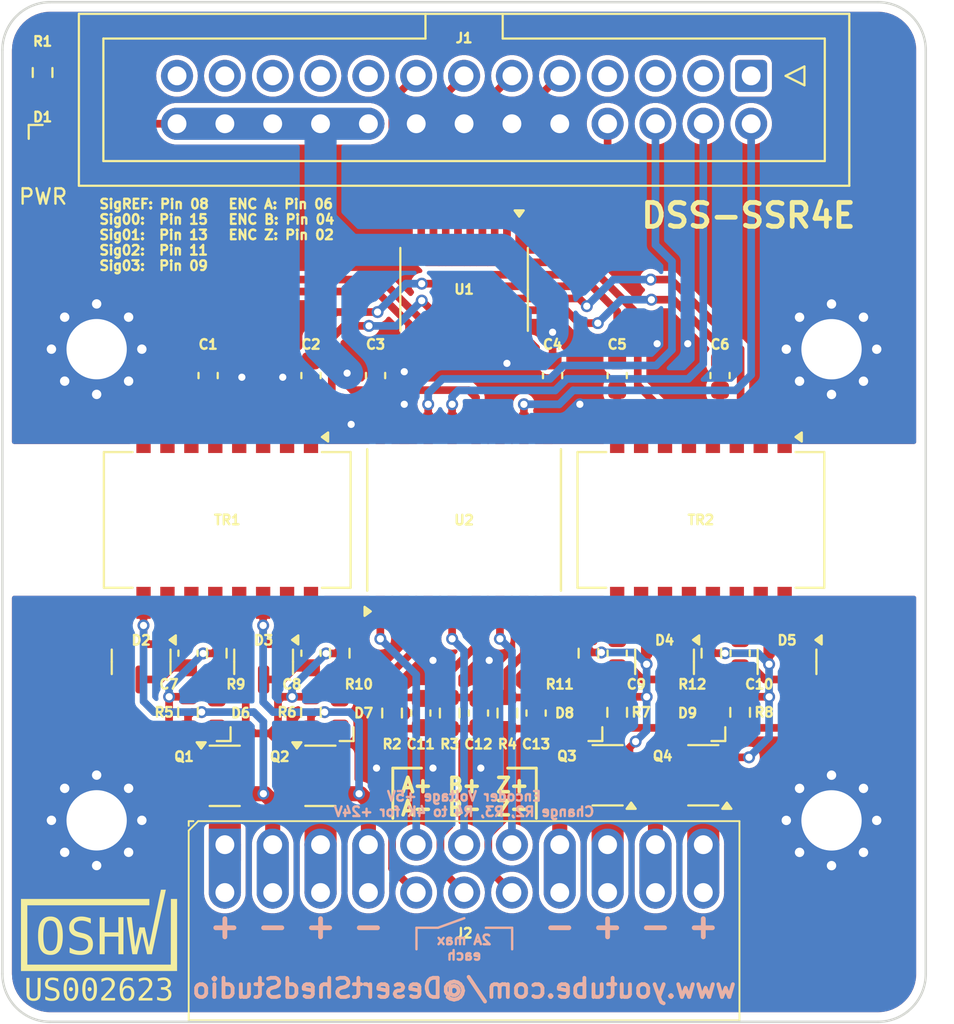
<source format=kicad_pcb>
(kicad_pcb (version 20240108) (generator "pcbnew") (generator_version "8.0")
  (title_block (company "Desert Shed Studio"))
  (layers (0 "F.Cu" signal) (31 "B.Cu" signal) (34 "B.Paste" user) (35 "F.Paste" user) (36 "B.SilkS" user "B.Silkscreen") (37 "F.SilkS" user "F.Silkscreen") (38 "B.Mask" user) (39 "F.Mask" user) (44 "Edge.Cuts" user))
  (net 0 "")
  (net 1 "GND")
  (net 2 "/00PC")
  (net 3 "/out00")
  (net 4 "/out01")
  (net 5 "/01PC")
  (net 6 "/02PC")
  (net 7 "/out02")
  (net 8 "/out03")
  (net 9 "/03PC")
  (net 10 "/00D")
  (net 11 "/00C")
  (net 12 "/01C")
  (net 13 "/01D")
  (net 14 "/02C")
  (net 15 "+5V")
  (net 16 "/02D")
  (net 17 "/03C")
  (net 18 "/03D")
  (net 19 "/in1-")
  (net 20 "/in2-")
  (net 21 "/gate00")
  (net 22 "/source00")
  (net 23 "/gate01")
  (net 24 "/source01")
  (net 25 "/source02")
  (net 26 "/gate02")
  (net 27 "/gate03")
  (net 28 "/source03")
  (net 29 "/led00")
  (net 30 "/ENC-00_A+")
  (net 31 "/ENC-00_A-")
  (net 32 "/ENC-00_B+")
  (net 33 "/ENC-00_B-")
  (net 34 "/ENC-00_Z+")
  (net 35 "/ENC-00_Z-")
  (net 36 "/led01")
  (net 37 "/led02")
  (net 38 "/led03")
  (net 40 "/sig01")
  (net 42 "/pwr_led")
  (net 43 "/sig00")
  (net 44 "/sigref")
  (net 45 "/sigZ")
  (net 48 "/sig02")
  (net 49 "/sigA")
  (net 51 "/sigB")
  (net 53 "/sig03")
  (net 55 "/drain00")
  (net 56 "/drain03")
  (net 57 "/drain02")
  (net 58 "/drain01")
  (net 60 "/ref00")
  (net 63 "/ref01")
  (net 69 "/ref03")
  (net 70 "/ref02")
  (net 71 "/in3-")
  (net 83 "GND1")
  (footprint "Package_TO_SOT_SMD:SOT-23" (layer "F.Cu") (at 213.8684 110.0012 -90)
    (property "Reference" "D3")
    (property "Value" "BAV99")
  )
  (footprint "Custom_Footprints:Phoenix Contact 1201578 Pinout 1-2" (layer "F.Cu") (at 244.0182 105.915 -90)
    (property "Reference" "H2" (hide yes))
    (property "Value" "MH_P")
  )
  (footprint "Capacitor_SMD:C_0603_1608Metric" (layer "F.Cu") (at 225.273 112.719 90)
    (property "Reference" "C12")
    (property "Value" "0p16F")
  )
  (footprint "Resistor_SMD:R_0603_1608Metric" (layer "F.Cu") (at 202.1336 78.7338 90)
    (property "Reference" "R1")
    (property "Value" "4K7" (hide yes))
  )
  (footprint "Resistor_SMD:R_0603_1608Metric" (layer "F.Cu") (at 226.8097 112.719 -90)
    (property "Reference" "R4")
    (property "Value" "820")
  )
  (footprint "Capacitor_SMD:C_0603_1608Metric" (layer "F.Cu") (at 209.8552 109.544 90)
    (property "Reference" "C7")
    (property "Value" "1000pF")
  )
  (footprint "Custom_Footprints:NVE_IL613E" (layer "F.Cu") (at 224.511 102.4725 90)
    (property "Reference" "U2")
    (property "Value" "IL613E")
  )
  (footprint "Resistor_SMD:R_0603_1608Metric" (layer "F.Cu") (at 217.907 109.544 -90)
    (property "Reference" "R10")
    (property "Value" "4K7")
  )
  (footprint "Resistor_SMD:R_0603_1608Metric" (layer "F.Cu") (at 239.1668 112.6809 -90)
    (property "Reference" "R8")
    (property "Value" "4K7")
  )
  (footprint "Capacitor_SMD:C_0603_1608Metric" (layer "F.Cu") (at 229.21 94.812 90)
    (property "Reference" "C4")
    (property "Value" "0u1F")
  )
  (footprint "Package_SO:TSOP-6_1.65x3.05mm_P0.95mm" (layer "F.Cu") (at 237.211 116.021 180)
    (property "Reference" "Q4")
    (property "Value" " BSL606SN")
  )
  (footprint "Package_SO:TSOP-6_1.65x3.05mm_P0.95mm" (layer "F.Cu") (at 216.88311 116.050049)
    (property "Reference" "Q2")
    (property "Value" " BSL606SN")
  )
  (footprint "Capacitor_SMD:C_0603_1608Metric" (layer "F.Cu") (at 216.383 94.812 90)
    (property "Reference" "C2")
    (property "Value" "0u1F")
  )
  (footprint "Resistor_SMD:R_0603_1608Metric" (layer "F.Cu") (at 231.115 109.544 -90)
    (property "Reference" "R11")
    (property "Value" "4K7")
  )
  (footprint "Resistor_SMD:R_0603_1608Metric" (layer "F.Cu") (at 220.6883 112.719 -90)
    (property "Reference" "R2")
    (property "Value" "820")
  )
  (footprint "Package_TO_SOT_SMD:SOT-23" (layer "F.Cu") (at 241.656 110.0012 -90)
    (property "Reference" "D5")
    (property "Value" "BAV99")
  )
  (footprint "Capacitor_SMD:C_0603_1608Metric" (layer "F.Cu") (at 238.1 94.812 90)
    (property "Reference" "C6")
    (property "Value" "0u1F")
  )
  (footprint "Package_TO_SOT_SMD:SOT-23" (layer "F.Cu") (at 235.1536 110.0012 -90)
    (property "Reference" "D4")
    (property "Value" "BAV99")
  )
  (footprint "Capacitor_SMD:C_0603_1608Metric" (layer "F.Cu") (at 222.2123 112.719 90)
    (property "Reference" "C11")
    (property "Value" "0p16F")
  )
  (footprint "Custom_Footprints:Phoenix Contact 1201578 Pinout 1-2" (layer "F.Cu") (at 205.0038 105.9118 -90)
    (property "Reference" "H1" (hide yes))
    (property "Value" "MH_P")
  )
  (footprint "Custom_Footprints:LED_0603_simple_silk" (layer "F.Cu") (at 202.1336 83.001 -90)
    (property "Reference" "D1")
    (property "Value" "red")
  )
  (footprint "Custom_Footprints:OSHWA_US002623" (layer "F.Cu") (at 205.1308 125.0507)
    (property "Reference" "G***" (hide yes))
    (property "Value" "LOGO" (hide yes))
  )
  (footprint "Capacitor_SMD:C_0603_1608Metric" (layer "F.Cu") (at 232.639 94.812 90)
    (property "Reference" "C5")
    (property "Value" "0u1F")
  )
  (footprint "Custom_Footprints:LED_0603_simple_silk" (layer "F.Cu") (at 211.3792 112.719 90)
    (property "Reference" "D6")
    (property "Value" "yllw")
  )
  (footprint "Capacitor_SMD:C_0603_1608Metric" (layer "F.Cu") (at 219.812 94.812 -90)
    (property "Reference" "C3")
    (property "Value" "0u1F")
  )
  (footprint "Package_SO:TSSOP-20_4.4x6.5mm_P0.65mm" (layer "F.Cu") (at 224.511 90.24 -90)
    (property "Reference" "U1")
    (property "Value" "CD74ACT540")
  )
  (footprint "Transformer_SMD:Transformer_Ethernet_Bourns_PT61017PEL" (layer "F.Cu") (at 211.938 102.4725 -90)
    (property "Reference" "TR1")
    (property "Value" "PT61017PEL")
  )
  (footprint "Resistor_SMD:R_0603_1608Metric" (layer "F.Cu") (at 237.6428 109.544 -90)
    (property "Reference" "R12")
    (property "Value" "4K7")
  )
  (footprint "Capacitor_SMD:C_0603_1608Metric" (layer "F.Cu") (at 216.383 109.544 90)
    (property "Reference" "C8")
    (property "Value" "1000pF")
  )
  (footprint "Custom_Footprints:LED_0603_simple_silk" (layer "F.Cu") (at 237.6428 112.719 90)
    (property "Reference" "D9")
    (property "Value" "yllw")
  )
  (footprint "Package_TO_SOT_SMD:SOT-23" (layer "F.Cu") (at 207.366 110.0012 -90)
    (property "Reference" "D2")
    (property "Value" "BAV99")
  )
  (footprint "Custom_Footprints:LED_0603_simple_silk" (layer "F.Cu") (at 231.115 112.719 90)
    (property "Reference" "D8")
    (property "Value" "yllw")
  )
  (footprint "Custom_Footprints:LED_0603_simple_silk" (layer "F.Cu") (at 217.907 112.719 90)
    (property "Reference" "D7")
    (property "Value" "yllw")
  )
  (footprint "Custom_Footprints:IDC 26 HDR 2.54" (layer "F.Cu") (at 239.751 78.9116 -90)
    (property "Reference" "J1")
    (property "Value" "IDC 26 HDR" (hide yes))
  )
  (footprint "Package_SO:TSOP-6_1.65x3.05mm_P0.95mm" (layer "F.Cu") (at 232.131 116.021 180)
    (property "Reference" "Q3")
    (property "Value" " BSL606SN")
  )
  (footprint "Resistor_SMD:R_0603_1608Metric" (layer "F.Cu") (at 232.639 112.6809 -90)
    (property "Reference" "R7")
    (property "Value" "4K7")
  )
  (footprint "Package_SO:TSOP-6_1.65x3.05mm_P0.95mm" (layer "F.Cu") (at 211.80311 116.050049)
    (property "Reference" "Q1")
    (property "Value" " BSL606SN")
  )
  (footprint "Capacitor_SMD:C_0603_1608Metric" (layer "F.Cu") (at 232.639 109.544 90)
    (property "Reference" "C9")
    (property "Value" "1000pF")
  )
  (footprint "Capacitor_SMD:C_0603_1608Metric" (layer "F.Cu") (at 210.922 94.812 90)
    (property "Reference" "C1")
    (property "Value" "0u1F")
  )
  (footprint "Resistor_SMD:R_0603_1608Metric" (layer "F.Cu") (at 209.8552 112.6809 -90)
    (property "Reference" "R5")
    (property "Value" "4K7")
  )
  (footprint "Resistor_SMD:R_0603_1608Metric" (layer "F.Cu") (at 216.383 112.6809 -90)
    (property "Reference" "R6")
    (property "Value" "4K7")
  )
  (footprint "Resistor_SMD:R_0603_1608Metric" (layer "F.Cu") (at 223.749 112.719 -90)
    (property "Reference" "R3")
    (property "Value" "820")
  )
  (footprint "Capacitor_SMD:C_0603_1608Metric" (layer "F.Cu") (at 239.1668 109.544 90)
    (property "Reference" "C10")
    (property "Value" "1000pF")
  )
  (footprint "Custom_Footprints:Phoenix Contact 1844811" (layer "F.Cu") (at 211.811 119.704 90)
    (property "Reference" "J2")
    (property "Value" "Phoenix_1844811" (hide yes))
  )
  (footprint "Capacitor_SMD:C_0603_1608Metric" (layer "F.Cu") (at 228.3337 112.719 90)
    (property "Reference" "C13")
    (property "Value" "0p16F")
  )
  (footprint "Resistor_SMD:R_0603_1608Metric" (layer "F.Cu") (at 211.3792 109.544 -90)
    (property "Reference" "R9")
    (property "Value" "4K7")
  )
  (footprint "Transformer_SMD:Transformer_Ethernet_Bourns_PT61017PEL" (layer "F.Cu") (at 237.084 102.4725 -90)
    (property "Reference" "TR2")
    (property "Value" "PT61017PEL")
  )
  (gr_line (start 221.9837 124.1109) (end 223.1267 124.1109) (stroke (width 0.127)) (layer "B.SilkS"))
  (gr_line (start 223.1267 124.1109) (end 224.5237 123.6029) (stroke (width 0.127)) (layer "B.SilkS"))
  (gr_line (start 227.0637 124.1109) (end 227.0637 125.2539) (stroke (width 0.127)) (layer "B.SilkS"))
  (gr_line (start 221.9837 125.2539) (end 221.9837 124.1109) (stroke (width 0.127)) (layer "B.SilkS"))
  (gr_line (start 225.6667 124.1109) (end 227.0637 124.1109) (stroke (width 0.127)) (layer "B.SilkS"))
  (gr_line (start 220.7264 118.307) (end 220.7264 115.64) (stroke (width 0.1524)) (layer "F.SilkS"))
  (gr_line (start 228.3464 118.307) (end 228.3464 115.64) (stroke (width 0.1524)) (layer "F.SilkS"))
  (gr_line (start 220.7264 115.64) (end 222.2504 115.64) (stroke (width 0.1524)) (layer "F.SilkS"))
  (gr_line (start 228.3464 115.64) (end 226.8224 115.64) (stroke (width 0.1524)) (layer "F.SilkS"))
  (gr_line (start 200 126.562) (end 200 77.54) (stroke (width 0.127)) (layer "Edge.Cuts"))
  (gr_arc (start 202.54 129.102) (mid 200.743949 128.358051) (end 200 126.562) (stroke (width 0.127)) (layer "Edge.Cuts"))
  (gr_line (start 249.022 77.54) (end 249.022 126.562) (stroke (width 0.127)) (layer "Edge.Cuts"))
  (gr_line (start 246.482 75) (end 202.54 75) (stroke (width 0.127)) (layer "Edge.Cuts"))
  (gr_arc (start 200 77.54) (mid 200.743949 75.743949) (end 202.54 75) (stroke (width 0.127)) (layer "Edge.Cuts"))
  (gr_line (start 202.54 129.102) (end 246.482 129.102) (stroke (width 0.127)) (layer "Edge.Cuts"))
  (gr_arc (start 249.022 126.562) (mid 248.278051 128.358051) (end 246.482 129.102) (stroke (width 0.127)) (layer "Edge.Cuts"))
  (gr_arc (start 246.482 75) (mid 248.278051 75.743949) (end 249.022 77.54) (stroke (width 0.127)) (layer "Edge.Cuts"))
  (gr_text "+" (at 232.131 124.022 0) (layer "B.SilkS") (effects (font (size 1.27 1.27) (thickness 0.254) (bold yes)) (justify mirror)))
  (gr_text "-" (at 234.671 124.022 0) (layer "B.SilkS") (effects (font (size 1.27 1.27) (thickness 0.254) (bold yes)) (justify mirror)))
  (gr_text "2A max\neach" (at 224.511 125.165 0) (layer "B.SilkS") (effects (font (size 0.508 0.508) (thickness 0.127) (bold yes)) (justify mirror)))
  (gr_text "-" (at 219.431 124.022 0) (layer "B.SilkS") (effects (font (size 1.27 1.27) (thickness 0.254) (bold yes)) (justify mirror)))
  (gr_text "+" (at 216.891 124.022 0) (layer "B.SilkS") (effects (font (size 1.27 1.27) (thickness 0.254) (bold yes)) (justify mirror)))
  (gr_text "+" (at 237.211 124.022 0) (layer "B.SilkS") (effects (font (size 1.27 1.27) (thickness 0.254) (bold yes)) (justify mirror)))
  (gr_text "-" (at 214.351 124.022 0) (layer "B.SilkS") (effects (font (size 1.27 1.27) (thickness 0.254) (bold yes)) (justify mirror)))
  (gr_text "www.youtube.com/@DesertShedStudio" (at 224.511 127.324 0) (layer "B.SilkS") (effects (font (size 1.016 1.016) (thickness 0.2032) (bold yes)) (justify mirror)))
  (gr_text "+" (at 211.811 124.022 0) (layer "B.SilkS") (effects (font (size 1.27 1.27) (thickness 0.254) (bold yes)) (justify mirror)))
  (gr_text "Encoder Voltage +5V\nChange R2, R3, R4 to 4K for +24V" (at 224.511 117.545 0) (layer "B.SilkS") (effects (font (size 0.508 0.508) (thickness 0.127) (bold yes)) (justify mirror)))
  (gr_text "-" (at 229.591 124.022 0) (layer "B.SilkS") (effects (font (size 1.27 1.27) (thickness 0.254) (bold yes)) (justify mirror)))
  (gr_text "Z+\nZ-" (at 227.0764 117.164 0) (layer "F.SilkS") (effects (font (size 0.762 0.762) (thickness 0.1905) (bold yes))))
  (gr_text "SigREF: Pin 08\nSig00:  Pin 15\nSig01:  Pin 13\nSig02:  Pin 11\nSig03:  Pin 09" (at 205.08 85.414 0) (layer "F.SilkS") (effects (font (size 0.508 0.508) (thickness 0.127) (bold yes)) (justify left top)))
  (gr_text "A+\nA-" (at 221.9964 117.164 0) (layer "F.SilkS") (effects (font (size 0.762 0.762) (thickness 0.1905) (bold yes))))
  (gr_text "PWR" (at 202.159 85.795 0) (layer "F.SilkS") (effects (font (size 0.8128 0.8128) (thickness 0.127) (bold yes)) (justify bottom)))
  (gr_text "B+\nB-" (at 224.5364 117.164 0) (layer "F.SilkS") (effects (font (size 0.762 0.762) (thickness 0.1905) (bold yes))))
  (gr_text "DSS-SSR4E" (at 233.782 87.065 0) (layer "F.SilkS") (effects (font (size 1.27 1.27) (thickness 0.254) (bold yes)) (justify left bottom)))
  (gr_text "ENC A: Pin 06\nENC B: Pin 04\nENC Z: Pin 02" (at 211.938 85.414 0) (layer "F.SilkS") (effects (font (size 0.508 0.508) (thickness 0.127) (bold yes)) (justify left top)))
  (segment (start 221.336 96.336) (end 221.336 97.61) (width 0.4064) (layer "F.Cu") (net 1))
  (segment (start 230.3914 95.587) (end 230.6578 95.8534) (width 0.4064) (layer "F.Cu") (net 1))
  (segment (start 229.21 95.587) (end 230.3914 95.587) (width 0.4064) (layer "F.Cu") (net 1))
  (segment (start 230.6578 95.8534) (end 230.6578 96.336) (width 0.4064) (layer "F.Cu") (net 1))
  (segment (start 226.786 93.1025) (end 226.786 94.164175) (width 0.4064) (layer "F.Cu") (net 1))
  (segment (start 226.786 94.164175) (end 226.786125 94.1643) (width 0.4064) (layer "F.Cu") (net 1))
  (segment (start 220.7642 94.037) (end 221.336 94.6088) (width 0.4064) (layer "F.Cu") (net 1))
  (segment (start 219.812 94.037) (end 220.7642 94.037) (width 0.4064) (layer "F.Cu") (net 1))
  (via (at 218.5166 97.4028) (size 0.635) (drill 0.381) (layers "F.Cu" "B.Cu") (net 1))
  (via (at 212.7127 94.9009) (size 0.635) (drill 0.381) (layers "F.Cu" "B.Cu") (net 1))
  (via (at 221.336 94.6088) (size 0.635) (drill 0.381) (layers "F.Cu" "B.Cu") (net 1))
  (via (at 214.8844 94.9009) (size 0.635) (drill 0.381) (layers "F.Cu" "B.Cu") (net 1))
  (via (at 226.786125 94.1643) (size 0.635) (drill 0.381) (layers "F.Cu" "B.Cu") (net 1))
  (via (at 221.336 96.336) (size 0.635) (drill 0.381) (layers "F.Cu" "B.Cu") (net 1))
  (via (at 236.3855 93.1229) (size 0.635) (drill 0.381) (layers "F.Cu" "B.Cu") (net 1))
  (via (at 234.7599 93.1229) (size 0.635) (drill 0.381) (layers "F.Cu" "B.Cu") (net 1))
  (via (at 230.6578 96.336) (size 0.635) (drill 0.381) (layers "F.Cu" "B.Cu") (net 1))
  (segment (start 210.922 95.587) (end 208.3947 95.587) (width 0.4064) (layer "F.Cu") (net 2))
  (segment (start 207.493 98.0725) (end 207.493 96.4887) (width 0.4064) (layer "F.Cu") (net 2))
  (segment (start 207.493 96.4887) (end 208.3947 95.587) (width 0.4064) (layer "F.Cu") (net 2))
  (segment (start 215.2397 89.7193) (end 220.098529 89.7193) (width 0.4064) (layer "F.Cu") (net 3))
  (segment (start 220.098529 89.7193) (end 222.236 91.856771) (width 0.4064) (layer "F.Cu") (net 3))
  (segment (start 210.922 94.037) (end 215.2397 89.7193) (width 0.4064) (layer "F.Cu") (net 3))
  (segment (start 222.236 91.856771) (end 222.236 93.1025) (width 0.4064) (layer "F.Cu") (net 3))
  (segment (start 223.536 90.5604) (end 222.91307 89.93747) (width 0.4064) (layer "F.Cu") (net 4))
  (segment (start 222.91307 89.93747) (end 222.2631 89.93747) (width 0.4064) (layer "F.Cu") (net 4))
  (segment (start 217.707364 91.442936) (end 219.917164 91.442936) (width 0.4064) (layer "F.Cu") (net 4))
  (segment (start 216.383 92.7673) (end 217.707364 91.442936) (width 0.4064) (layer "F.Cu") (net 4))
  (segment (start 216.383 94.037) (end 216.383 92.7673) (width 0.4064) (layer "F.Cu") (net 4))
  (segment (start 223.536 93.1025) (end 223.536 90.5604) (width 0.4064) (layer "F.Cu") (net 4))
  (via (at 219.917164 91.442936) (size 0.635) (drill 0.381) (layers "F.Cu" "B.Cu") (net 4))
  (via (at 222.2631 89.93747) (size 0.635) (drill 0.381) (layers "F.Cu" "B.Cu") (net 4))
  (segment (start 221.42263 89.93747) (end 222.2631 89.93747) (width 0.4064) (layer "B.Cu") (net 4))
  (segment (start 219.917164 91.442936) (end 221.42263 89.93747) (width 0.4064) (layer "B.Cu") (net 4))
  (segment (start 216.383 95.587) (end 216.383 96.336) (width 0.4064) (layer "F.Cu") (net 5))
  (segment (start 213.843 96.7932) (end 213.843 98.0725) (width 0.4064) (layer "F.Cu") (net 5))
  (segment (start 216.383 96.336) (end 216.1417 96.5773) (width 0.4064) (layer "F.Cu") (net 5))
  (segment (start 216.1417 96.5773) (end 214.0589 96.5773) (width 0.4064) (layer "F.Cu") (net 5))
  (segment (start 214.0589 96.5773) (end 213.843 96.7932) (width 0.4064) (layer "F.Cu") (net 5))
  (segment (start 232.639 95.587) (end 232.639 98.0725) (width 0.4064) (layer "F.Cu") (net 6))
  (segment (start 232.639 91.4084) (end 232.639 94.037) (width 0.4064) (layer "F.Cu") (net 7))
  (segment (start 224.836 93.1025) (end 224.836 90.55) (width 0.4064) (layer "F.Cu") (net 7))
  (segment (start 231.3055 90.0749) (end 232.639 91.4084) (width 0.4064) (layer "F.Cu") (net 7))
  (segment (start 224.836 90.55) (end 225.3111 90.0749) (width 0.4064) (layer "F.Cu") (net 7))
  (segment (start 225.3111 90.0749) (end 231.3055 90.0749) (width 0.4064) (layer "F.Cu") (net 7))
  (segment (start 226.136 91.7392) (end 226.5303 91.3449) (width 0.4064) (layer "F.Cu") (net 8))
  (segment (start 238.1 93.2626) (end 235.6235 90.7861) (width 0.4064) (layer "F.Cu") (net 8))
  (segment (start 238.1 94.037) (end 238.1 93.2626) (width 0.4064) (layer "F.Cu") (net 8))
  (segment (start 231.6103 92.0307) (end 230.607 92.0307) (width 0.4064) (layer "F.Cu") (net 8))
  (segment (start 230.607 92.0307) (end 229.9212 91.3449) (width 0.4064) (layer "F.Cu") (net 8))
  (segment (start 235.6235 90.7861) (end 234.4551 90.7861) (width 0.4064) (layer "F.Cu") (net 8))
  (segment (start 226.5303 91.3449) (end 229.9212 91.3449) (width 0.4064) (layer "F.Cu") (net 8))
  (segment (start 226.136 93.1025) (end 226.136 91.7392) (width 0.4064) (layer "F.Cu") (net 8))
  (via (at 231.6103 92.0307) (size 0.635) (drill 0.381) (layers "F.Cu" "B.Cu") (net 8))
  (via (at 234.4551 90.7861) (size 0.635) (drill 0.381) (layers "F.Cu" "B.Cu") (net 8))
  (segment (start 232.8549 90.7861) (end 234.4551 90.7861) (width 0.4064) (layer "B.Cu") (net 8))
  (segment (start 231.6103 92.0307) (end 232.8549 90.7861) (width 0.4064) (layer "B.Cu") (net 8))
  (segment (start 238.7731 96.7297) (end 238.989 96.9456) (width 0.4064) (layer "F.Cu") (net 9))
  (segment (start 238.1 96.4503) (end 238.3794 96.7297) (width 0.4064) (layer "F.Cu") (net 9))
  (segment (start 238.1 95.587) (end 238.1 96.4503) (width 0.4064) (layer "F.Cu") (net 9))
  (segment (start 238.989 96.9456) (end 238.989 98.0725) (width 0.4064) (layer "F.Cu") (net 9))
  (segment (start 238.3794 96.7297) (end 238.7731 96.7297) (width 0.4064) (layer "F.Cu") (net 9))
  (segment (start 209.8552 110.319) (end 209.0167 110.319) (width 0.4064) (layer "F.Cu") (net 10))
  (segment (start 208.396999 110.938701) (end 207.366 110.938701) (width 0.4064) (layer "F.Cu") (net 10))
  (segment (start 209.0167 110.319) (end 208.396999 110.938701) (width 0.4064) (layer "F.Cu") (net 10))
  (segment (start 209.8552 108.0581) (end 210.033 107.8803) (width 0.4064) (layer "F.Cu") (net 11))
  (segment (start 210.033 106.8725) (end 210.033 107.8803) (width 0.4064) (layer "F.Cu") (net 11))
  (segment (start 209.8552 108.769) (end 209.8552 108.0581) (width 0.4064) (layer "F.Cu") (net 11))
  (segment (start 216.383 106.8725) (end 216.383 108.769) (width 0.4064) (layer "F.Cu") (net 12))
  (segment (start 215.5318 110.319) (end 214.9098 110.941) (width 0.4064) (layer "F.Cu") (net 13))
  (segment (start 214.9098 110.941) (end 214.907501 110.938701) (width 0.4064) (layer "F.Cu") (net 13))
  (segment (start 216.383 110.319) (end 215.5318 110.319) (width 0.4064) (layer "F.Cu") (net 13))
  (segment (start 214.907501 110.938701) (end 213.8684 110.938701) (width 0.4064) (layer "F.Cu") (net 13))
  (segment (start 232.639 106.8725) (end 232.639 108.769) (width 0.4064) (layer "F.Cu") (net 14))
  (segment (start 228.32735 93.34515) (end 228.32735 93.81505) (width 0.4064) (layer "F.Cu") (net 15))
  (segment (start 228.5493 94.037) (end 229.21 94.037) (width 0.4064) (layer "F.Cu") (net 15))
  (segment (start 220.066 97.61) (end 220.066 96.5646) (width 0.4064) (layer "F.Cu") (net 15))
  (segment (start 225.146 95.9804) (end 224.7526 95.587) (width 0.4064) (layer "F.Cu") (net 15))
  (segment (start 204.2037 83.2931) (end 204.2037 82.2136) (width 0.4064) (layer "F.Cu") (net 15))
  (segment (start 202.1336 83.7885) (end 203.7083 83.7885) (width 0.4064) (layer "F.Cu") (net 15))
  (segment (start 204.2037 82.2136) (end 204.9657 81.4516) (width 0.4064) (layer "F.Cu") (net 15))
  (segment (start 229.21 94.037) (end 229.21 92.5133) (width 0.4064) (layer "F.Cu") (net 15))
  (segment (start 211.811 81.4516) (end 214.351 81.4516) (width 1.7018) (layer "F.Cu") (net 15))
  (segment (start 204.9657 81.4516) (end 209.271 81.4516) (width 0.4064) (layer "F.Cu") (net 15))
  (segment (start 218.3007 95.3073) (end 218.3007 94.685) (width 0.4064) (layer "F.Cu") (net 15))
  (segment (start 214.351 81.4516) (end 216.891 81.4516) (width 1.7018) (layer "F.Cu") (net 15))
  (segment (start 225.146 97.61) (end 225.146 95.9804) (width 0.4064) (layer "F.Cu") (net 15))
  (segment (start 224.7526 95.587) (end 219.812 95.587) (width 0.4064) (layer "F.Cu") (net 15))
  (segment (start 216.891 81.4516) (end 219.431 81.4516) (width 1.7018) (layer "F.Cu") (net 15))
  (segment (start 203.7083 83.7885) (end 204.2037 83.2931) (width 0.4064) (layer "F.Cu") (net 15))
  (segment (start 218.5804 95.587) (end 218.3007 95.3073) (width 0.4064) (layer "F.Cu") (net 15))
  (segment (start 219.812 96.3106) (end 219.812 95.587) (width 0.4064) (layer "F.Cu") (net 15))
  (segment (start 228.32735 93.81505) (end 228.5493 94.037) (width 0.4064) (layer "F.Cu") (net 15))
  (segment (start 219.812 95.587) (end 218.5804 95.587) (width 0.4064) (layer "F.Cu") (net 15))
  (segment (start 209.271 81.4516) (end 211.811 81.4516) (width 1.7018) (layer "F.Cu") (net 15))
  (segment (start 227.436 93.1025) (end 228.0847 93.1025) (width 0.4064) (layer "F.Cu") (net 15))
  (segment (start 228.0847 93.1025) (end 228.32735 93.34515) (width 0.4064) (layer "F.Cu") (net 15))
  (segment (start 220.066 96.5646) (end 219.812 96.3106) (width 0.4064) (layer "F.Cu") (net 15))
  (via (at 218.3007 94.685) (size 0.635) (drill 0.381) (layers "F.Cu" "B.Cu") (net 15))
  (via (at 229.21 92.5133) (size 0.635) (drill 0.381) (layers "F.Cu" "B.Cu") (net 15))
  (segment (start 216.891 86.5697) (end 216.891 88.7287) (width 1.7018) (layer "B.Cu") (net 15))
  (segment (start 229.21 92.5133) (end 229.21 90.8496) (width 1.7018) (layer "B.Cu") (net 15))
  (segment (start 216.891 81.4516) (end 216.891 86.5697) (width 1.7018) (layer "B.Cu") (net 15))
  (segment (start 216.891 88.7287) (end 216.891 90.2527) (width 1.7018) (layer "B.Cu") (net 15))
  (segment (start 216.891 93.2753) (end 218.3007 94.685) (width 1.7018) (layer "B.Cu") (net 15))
  (segment (start 216.891 86.6332) (end 216.891 86.5697) (width 1.7018) (layer "B.Cu") (net 15))
  (segment (start 216.891 90.2527) (end 216.891 93.2753) (width 1.7018) (layer "B.Cu") (net 15))
  (segment (start 216.9037 89.6431) (end 218.4023 88.1445) (width 1.7018) (layer "B.Cu") (net 15))
  (segment (start 229.21 90.8496) (end 226.5049 88.1445) (width 1.7018) (layer "B.Cu") (net 15))
  (segment (start 209.271 81.4516) (end 219.431 81.4516) (width 1.7018) (layer "B.Cu") (net 15))
  (segment (start 218.4023 88.1445) (end 216.891 86.6332) (width 1.7018) (layer "B.Cu") (net 15))
  (segment (start 218.4023 88.1445) (end 226.5049 88.1445) (width 1.7018) (layer "B.Cu") (net 15))
  (segment (start 233.982901 110.938701) (end 233.3632 110.319) (width 0.4064) (layer "F.Cu") (net 16))
  (segment (start 232.639 110.319) (end 233.3632 110.319) (width 0.4064) (layer "F.Cu") (net 16))
  (segment (start 235.1536 110.938701) (end 233.982901 110.938701) (width 0.4064) (layer "F.Cu") (net 16))
  (segment (start 238.989 106.8725) (end 238.989 107.8549) (width 0.4064) (layer "F.Cu") (net 17))
  (segment (start 239.1668 108.769) (end 239.1668 108.0327) (width 0.4064) (layer "F.Cu") (net 17))
  (segment (start 239.1668 108.0327) (end 238.989 107.8549) (width 0.4064) (layer "F.Cu") (net 17))
  (segment (start 240.485301 110.938701) (end 239.8656 110.319) (width 0.4064) (layer "F.Cu") (net 18))
  (segment (start 241.656 110.938701) (end 240.485301 110.938701) (width 0.4064) (layer "F.Cu") (net 18))
  (segment (start 239.1668 110.319) (end 239.8656 110.319) (width 0.4064) (layer "F.Cu") (net 18))
  (segment (start 220.6883 111.894) (end 222.1623 111.894) (width 0.4064) (layer "F.Cu") (net 19))
  (segment (start 220.6883 111.894) (end 220.6883 110.56) (width 0.4064) (layer "F.Cu") (net 19))
  (segment (start 222.606 107.335) (end 222.606 108.6423) (width 0.4064) (layer "F.Cu") (net 19))
  (segment (start 220.6883 110.56) (end 222.606 108.6423) (width 0.4064) (layer "F.Cu") (net 19))
  (segment (start 223.749 111.894) (end 223.749 110.56) (width 0.4064) (layer "F.Cu") (net 20))
  (segment (start 223.749 111.894) (end 225.223 111.894) (width 0.4064) (layer "F.Cu") (net 20))
  (segment (start 225.146 107.335) (end 225.146 109.163) (width 0.4064) (layer "F.Cu") (net 20))
  (segment (start 223.749 110.56) (end 225.146 109.163) (width 0.4064) (layer "F.Cu") (net 20))
  (segment (start 208.8519 113.3921) (end 208.8519 113.3413) (width 0.4064) (layer "F.Cu") (net 21))
  (segment (start 208.4455 113.7985) (end 208.8519 114.2049) (width 0.4064) (layer "F.Cu") (net 21))
  (segment (start 206.8707 113.7985) (end 208.4455 113.7985) (width 0.4064) (layer "F.Cu") (net 21))
  (segment (start 208.4455 113.7985) (end 208.8519 113.3921) (width 0.4064) (layer "F.Cu") (net 21))
  (segment (start 208.8519 111.8549) (end 208.8519 113.3413) (width 0.4064) (layer "F.Cu") (net 21))
  (segment (start 208.8519 113.7985) (end 208.8519 114.2049) (width 0.4064) (layer "F.Cu") (net 21))
  (segment (start 208.8519 114.2049) (end 208.8519 116.5417) (width 0.4064) (layer "F.Cu") (net 21))
  (segment (start 211.3792 109.353) (end 211.176 109.5562) (width 0.4064) (layer "F.Cu") (net 21))
  (segment (start 210.643111 117.000049) (end 209.310249 117.000049) (width 0.4064) (layer "F.Cu") (net 21))
  (segment (start 211.176 109.5562) (end 210.6553 109.5562) (width 0.4064) (layer "F.Cu") (net 21))
  (segment (start 211.3792 108.7185) (end 211.3792 109.353) (width 0.4064) (layer "F.Cu") (net 21))
  (segment (start 206.416 109.0637) (end 206.416 113.3438) (width 0.4064) (layer "F.Cu") (net 21))
  (segment (start 209.310249 117.000049) (end 208.8519 116.5417) (width 0.4064) (layer "F.Cu") (net 21))
  (segment (start 206.416 113.3438) (end 206.8707 113.7985) (width 0.4064) (layer "F.Cu") (net 21))
  (segment (start 209.8552 111.8554) (end 208.8524 111.8554) (width 0.4064) (layer "F.Cu") (net 21))
  (segment (start 208.4455 113.7985) (end 208.8519 113.7985) (width 0.4064) (layer "F.Cu") (net 21))
  (segment (start 208.8519 113.3413) (end 208.8519 113.7985) (width 0.4064) (layer "F.Cu") (net 21))
  (via (at 210.6553 109.5562) (size 0.635) (drill 0.381) (layers "F.Cu" "B.Cu") (net 21))
  (via (at 208.8519 111.8549) (size 0.635) (drill 0.381) (layers "F.Cu" "B.Cu") (net 21))
  (segment (start 208.8519 111.8549) (end 208.8519 111.3596) (width 0.4064) (layer "B.Cu") (net 21))
  (segment (start 208.8519 111.3596) (end 210.6553 109.5562) (width 0.4064) (layer "B.Cu") (net 21))
  (segment (start 211.3792 113.506501) (end 209.855801 113.506501) (width 0.4064) (layer "F.Cu") (net 22))
  (segment (start 213.854551 117.000049) (end 212.912752 117.000049) (width 0.8001) (layer "F.Cu") (net 22))
  (segment (start 210.0584 112.6687) (end 210.5791 112.6687) (width 0.4064) (layer "F.Cu") (net 22))
  (segment (start 207.7493 109.0637) (end 207.493 108.8074) (width 0.4064) (layer "F.Cu") (net 22))
  (segment (start 207.493 108.0708) (end 207.493 108.8074) (width 0.4064) (layer "F.Cu") (net 22))
  (segment (start 207.493 106.8725) (end 207.493 108.0708) (width 0.4064) (layer "F.Cu") (net 22))
  (segment (start 214.351 122.244) (end 214.351 119.704) (width 1.7018) (layer "F.Cu") (net 22))
  (segment (start 209.8552 112.8719) (end 210.0584 112.6687) (width 0.4064) (layer "F.Cu") (net 22))
  (segment (start 213.856849 117.000049) (end 213.8557 116.9989) (width 0.8001) (layer "F.Cu") (net 22))
  (segment (start 209.8552 113.5064) (end 209.8552 112.8719) (width 0.4064) (layer "F.Cu") (net 22))
  (segment (start 208.316 109.0637) (end 207.7493 109.0637) (width 0.4064) (layer "F.Cu") (net 22))
  (segment (start 213.8557 116.9989) (end 213.854551 117.000049) (width 0.8001) (layer "F.Cu") (net 22))
  (segment (start 213.933049 117.000049) (end 213.856849 117.000049) (width 0.8001) (layer "F.Cu") (net 22))
  (segment (start 214.351 117.418) (end 213.933049 117.000049) (width 0.8001) (layer "F.Cu") (net 22))
  (segment (start 214.351 119.704) (end 214.351 117.418) (width 0.8001) (layer "F.Cu") (net 22))
  (via (at 213.8557 116.9989) (size 0.635) (drill 0.381) (layers "F.Cu" "B.Cu") (net 22))
  (via (at 207.493 108.0708) (size 0.635) (drill 0.381) (layers "F.Cu" "B.Cu") (net 22))
  (via (at 210.5791 112.6687) (size 0.635) (drill 0.381) (layers "F.Cu" "B.Cu") (net 22))
  (segment (start 213.8557 116.9989) (end 213.8557 113.1762) (width 0.4064) (layer "B.Cu") (net 22))
  (segment (start 207.493 108.0708) (end 207.493 112.0972) (width 0.4064) (layer "B.Cu") (net 22))
  (segment (start 210.5791 112.6687) (end 208.0645 112.6687) (width 0.4064) (layer "B.Cu") (net 22))
  (segment (start 213.8557 113.1762) (end 213.3482 112.6687) (width 0.4064) (layer "B.Cu") (net 22))
  (segment (start 210.5791 112.6687) (end 213.3482 112.6687) (width 0.4064) (layer "B.Cu") (net 22))
  (segment (start 214.351 119.704) (end 214.351 122.244) (width 1.7018) (layer "B.Cu") (net 22))
  (segment (start 207.493 112.0972) (end 208.0645 112.6687) (width 0.4064) (layer "B.Cu") (net 22))
  (segment (start 217.907 108.719) (end 217.907 109.3535) (width 0.4064) (layer "F.Cu") (net 23))
  (segment (start 214.616978 113.799222) (end 214.6304 113.7858) (width 0.4064) (layer "F.Cu") (net 23))
  (segment (start 215.723111 117.000049) (end 215.203049 117.000049) (width 0.4064) (layer "F.Cu") (net 23))
  (segment (start 212.918922 113.344522) (end 213.373622 113.799222) (width 0.4064) (layer "F.Cu") (net 23))
  (segment (start 212.918922 109.064422) (end 212.918922 113.344522) (width 0.4064) (layer "F.Cu") (net 23))
  (segment (start 214.6304 113.3667) (end 214.6304 112.0713) (width 0.4064) (layer "F.Cu") (net 23))
  (segment (start 215.3802 111.8559) (end 215.3797 111.8554) (width 0.4064) (layer "F.Cu") (net 23))
  (segment (start 214.6304 116.4274) (end 214.6304 114.2303) (width 0.4064) (layer "F.Cu") (net 23))
  (segment (start 216.383 111.8559) (end 215.3802 111.8559) (width 0.4064) (layer "F.Cu") (net 23))
  (segment (start 214.199322 113.799222) (end 214.6304 114.2303) (width 0.4064) (layer "F.Cu") (net 23))
  (segment (start 214.8463 111.8554) (end 215.3797 111.8554) (width 0.4064) (layer "F.Cu") (net 23))
  (segment (start 214.6304 114.2303) (end 214.6304 113.7858) (width 0.4064) (layer "F.Cu") (net 23))
  (segment (start 214.1859 113.799222) (end 214.616978 113.799222) (width 0.4064) (layer "F.Cu") (net 23))
  (segment (start 217.907 109.3535) (end 217.7038 109.5567) (width 0.4064) (layer "F.Cu") (net 23))
  (segment (start 214.6304 113.7858) (end 214.6304 113.3667) (width 0.4064) (layer "F.Cu") (net 23))
  (segment (start 214.1859 113.799222) (end 214.197878 113.799222) (width 0.4064) (layer "F.Cu") (net 23))
  (segment (start 214.6304 112.0713) (end 214.8463 111.8554) (width 0.4064) (layer "F.Cu") (net 23))
  (segment (start 217.7038 109.5567) (end 217.1831 109.5567) (width 0.4064) (layer "F.Cu") (net 23))
  (segment (start 214.197878 113.799222) (end 214.6304 113.3667) (width 0.4064) (layer "F.Cu") (net 23))
  (segment (start 215.203049 117.000049) (end 214.6304 116.4274) (width 0.4064) (layer "F.Cu") (net 23))
  (segment (start 213.373622 113.799222) (end 214.1859 113.799222) (width 0.4064) (layer "F.Cu") (net 23))
  (segment (start 214.197878 113.799222) (end 214.199322 113.799222) (width 0.4064) (layer "F.Cu") (net 23))
  (via (at 217.1831 109.5567) (size 0.635) (drill 0.381) (layers "F.Cu" "B.Cu") (net 23))
  (via (at 215.3797 111.8554) (size 0.635) (drill 0.381) (layers "F.Cu" "B.Cu") (net 23))
  (segment (start 215.3797 111.8554) (end 215.3797 111.3601) (width 0.4064) (layer "B.Cu") (net 23))
  (segment (start 215.3797 111.3601) (end 217.1831 109.5567) (width 0.4064) (layer "B.Cu") (net 23))
  (segment (start 217.907 113.506501) (end 216.383601 113.506501) (width 0.4064) (layer "F.Cu") (net 24))
  (segment (start 216.383 113.5064) (end 216.383 112.8719) (width 0.4064) (layer "F.Cu") (net 24))
  (segment (start 218.936849 117.000049) (end 218.9357 116.9989) (width 0.8001) (layer "F.Cu") (net 24))
  (segment (start 219.431 122.244) (end 219.431 119.704) (width 1.7018) (layer "F.Cu") (net 24))
  (segment (start 213.843 108.0708) (end 213.843 108.7947) (width 0.4064) (layer "F.Cu") (net 24))
  (segment (start 218.934551 117.000049) (end 217.991074 117.000049) (width 0.8001) (layer "F.Cu") (net 24))
  (segment (start 216.383 112.8719) (end 216.5862 112.6687) (width 0.4064) (layer "F.Cu") (net 24))
  (segment (start 214.8184 109.0637) (end 214.112 109.0637) (width 0.4064) (layer "F.Cu") (net 24))
  (segment (start 219.431 119.704) (end 219.431 117.418) (width 0.8001) (layer "F.Cu") (net 24))
  (segment (start 218.9357 116.9989) (end 218.934551 117.000049) (width 0.8001) (layer "F.Cu") (net 24))
  (segment (start 216.5862 112.6687) (end 217.1069 112.6687) (width 0.4064) (layer "F.Cu") (net 24))
  (segment (start 219.013049 117.000049) (end 218.936849 117.000049) (width 0.8001) (layer "F.Cu") (net 24))
  (segment (start 214.112 109.0637) (end 213.843 108.7947) (width 0.4064) (layer "F.Cu") (net 24))
  (segment (start 213.843 106.8725) (end 213.843 108.0708) (width 0.4064) (layer "F.Cu") (net 24))
  (segment (start 219.431 117.418) (end 219.013049 117.000049) (width 0.8001) (layer "F.Cu") (net 24))
  (via (at 213.843 108.0708) (size 0.635) (drill 0.381) (layers "F.Cu" "B.Cu") (net 24))
  (via (at 218.9357 116.9989) (size 0.635) (drill 0.381) (layers "F.Cu" "B.Cu") (net 24))
  (via (at 217.1069 112.6687) (size 0.635) (drill 0.381) (layers "F.Cu" "B.Cu") (net 24))
  (segment (start 217.1069 112.6687) (end 218.4409 112.6687) (width 0.4064) (layer "B.Cu") (net 24))
  (segment (start 213.843 112.1348) (end 214.3769 112.6687) (width 0.4064) (layer "B.Cu") (net 24))
  (segment (start 214.3769 112.6687) (end 217.1069 112.6687) (width 0.4064) (layer "B.Cu") (net 24))
  (segment (start 218.9357 113.1635) (end 218.4409 112.6687) (width 0.4064) (layer "B.Cu") (net 24))
  (segment (start 213.843 108.0708) (end 213.843 112.1348) (width 0.4064) (layer "B.Cu") (net 24))
  (segment (start 219.431 119.704) (end 219.431 122.244) (width 1.7018) (layer "B.Cu") (net 24))
  (segment (start 218.9357 116.9989) (end 218.9357 113.1635) (width 0.4064) (layer "B.Cu") (net 24))
  (segment (start 230.0076 115.071) (end 231.021636 115.071) (width 0.8001) (layer "F.Cu") (net 25))
  (segment (start 235.4716 113.5059) (end 236.1036 112.8739) (width 0.4064) (layer "F.Cu") (net 25))
  (segment (start 231.115 114.3827) (end 230.971001 114.526699) (width 0.4064) (layer "F.Cu") (net 25))
  (segment (start 236.1036 109.0637) (end 236.1036 112.8739) (width 0.4064) (layer "F.Cu") (net 25))
  (segment (start 231.115 113.506501) (end 231.115 114.3827) (width 0.4064) (layer "F.Cu") (net 25))
  (segment (start 232.639 113.5059) (end 235.4716 113.5059) (width 0.4064) (layer "F.Cu") (net 25))
  (segment (start 235.179 106.8725) (end 235.179 108.655) (width 0.4064) (layer "F.Cu") (net 25))
  (segment (start 229.591 119.704) (end 229.591 115.4876) (width 0.8001) (layer "F.Cu") (net 25))
  (segment (start 229.591 115.4876) (end 230.0076 115.071) (width 0.8001) (layer "F.Cu") (net 25))
  (segment (start 229.591 119.704) (end 229.591 122.244) (width 1.7018) (layer "F.Cu") (net 25))
  (segment (start 231.115 113.506501) (end 232.638399 113.506501) (width 0.4064) (layer "F.Cu") (net 25))
  (segment (start 230.971001 115.071) (end 230.971001 114.526699) (width 0.4064) (layer "F.Cu") (net 25))
  (segment (start 236.1036 109.0637) (end 235.5877 109.0637) (width 0.4064) (layer "F.Cu") (net 25))
  (segment (start 235.5877 109.0637) (end 235.179 108.655) (width 0.4064) (layer "F.Cu") (net 25))
  (segment (start 229.591 119.704) (end 229.591 122.244) (width 1.7018) (layer "B.Cu") (net 25))
  (segment (start 234.203607 111.8559) (end 234.204457 111.85675) (width 0.254) (layer "F.Cu") (net 26))
  (segment (start 231.3055 109.5059) (end 231.8008 109.5059) (width 0.4064) (layer "F.Cu") (net 26))
  (segment (start 234.2036 109.0637) (end 234.2036 110.1257) (width 0.4064) (layer "F.Cu") (net 26))
  (segment (start 231.115 108.719) (end 231.115 109.3154) (width 0.4064) (layer "F.Cu") (net 26))
  (segment (start 234.2036 110.1257) (end 234.2011 110.1282) (width 0.254) (layer "F.Cu") (net 26))
  (segment (start 233.290999 115.071) (end 233.290999 114.556201) (width 0.4064) (layer "F.Cu") (net 26))
  (segment (start 231.115 109.3154) (end 231.3055 109.5059) (width 0.4064) (layer "F.Cu") (net 26))
  (segment (start 232.639 111.8559) (end 234.203607 111.8559) (width 0.4064) (layer "F.Cu") (net 26))
  (segment (start 233.290999 114.556201) (end 233.6169 114.2303) (width 0.4064) (layer "F.Cu") (net 26))
  (via (at 234.2011 110.1282) (size 0.635) (drill 0.381) (layers "F.Cu" "B.Cu") (net 26))
  (via (at 231.8008 109.5059) (size 0.635) (drill 0.381) (layers "F.Cu" "B.Cu") (net 26))
  (via (at 234.204457 111.85675) (size 0.635) (drill 0.381) (layers "F.Cu" "B.Cu") (net 26))
  (via (at 233.6169 114.2303) (size 0.635) (drill 0.381) (layers "F.Cu" "B.Cu") (net 26))
  (segment (start 233.6169 114.2303) (end 234.204457 113.642743) (width 0.4064) (layer "B.Cu") (net 26))
  (segment (start 234.204457 113.642743) (end 234.204457 111.85675) (width 0.4064) (layer "B.Cu") (net 26))
  (segment (start 234.2011 111.853393) (end 234.204457 111.85675) (width 0.254) (layer "B.Cu") (net 26))
  (segment (start 231.8008 109.5059) (end 233.5788 109.5059) (width 0.4064) (layer "B.Cu") (net 26))
  (segment (start 233.5788 109.5059) (end 234.2011 110.1282) (width 0.4064) (layer "B.Cu") (net 26))
  (segment (start 234.2011 110.1282) (end 234.2011 111.853393) (width 0.4064) (layer "B.Cu") (net 26))
  (segment (start 239.6342 115.071) (end 239.6367 115.0685) (width 0.254) (layer "F.Cu") (net 27))
  (segment (start 238.370999 115.071) (end 239.6342 115.071) (width 0.4064) (layer "F.Cu") (net 27))
  (segment (start 240.703667 111.8559) (end 240.706017 111.85825) (width 0.254) (layer "F.Cu") (net 27))
  (segment (start 237.6428 109.3789) (end 237.8079 109.544) (width 0.4064) (layer "F.Cu") (net 27))
  (segment (start 240.706 110.1257) (end 240.7035 110.1282) (width 0.4064) (layer "F.Cu") (net 27))
  (segment (start 237.6428 108.719) (end 237.6428 109.3789) (width 0.4064) (layer "F.Cu") (net 27))
  (segment (start 237.8079 109.544) (end 238.3667 109.544) (width 0.4064) (layer "F.Cu") (net 27))
  (segment (start 240.706 109.0637) (end 240.706 110.1257) (width 0.4064) (layer "F.Cu") (net 27))
  (segment (start 239.1668 111.8559) (end 240.703667 111.8559) (width 0.4064) (layer "F.Cu") (net 27))
  (via (at 238.3667 109.544) (size 0.635) (drill 0.381) (layers "F.Cu" "B.Cu") (net 27))
  (via (at 239.6367 115.0685) (size 0.635) (drill 0.381) (layers "F.Cu" "B.Cu") (net 27))
  (via (at 240.7035 110.1282) (size 0.635) (drill 0.381) (layers "F.Cu" "B.Cu") (net 27))
  (via (at 240.706017 111.85825) (size 0.635) (drill 0.381) (layers "F.Cu" "B.Cu") (net 27))
  (segment (start 240.7035 111.855733) (end 240.706017 111.85825) (width 0.4064) (layer "B.Cu") (net 27))
  (segment (start 240.1193 109.544) (end 240.7035 110.1282) (width 0.4064) (layer "B.Cu") (net 27))
  (segment (start 238.3667 109.544) (end 240.1193 109.544) (width 0.4064) (layer "B.Cu") (net 27))
  (segment (start 240.7035 110.1282) (end 240.7035 111.855733) (width 0.4064) (layer "B.Cu") (net 27))
  (segment (start 239.6367 115.0685) (end 240.7035 114.0017) (width 0.4064) (layer "B.Cu") (net 27))
  (segment (start 240.7035 111.8935) (end 240.7035 114.0017) (width 0.4064) (layer "B.Cu") (net 27))
  (segment (start 242.606 109.0637) (end 241.9123 109.0637) (width 0.4064) (layer "F.Cu") (net 28))
  (segment (start 234.671 119.704) (end 234.671 115.4876) (width 0.8001) (layer "F.Cu") (net 28))
  (segment (start 236.051001 115.071) (end 236.051001 114.056799) (width 0.4064) (layer "F.Cu") (net 28))
  (segment (start 241.9123 109.0637) (end 241.529 108.6804) (width 0.4064) (layer "F.Cu") (net 28))
  (segment (start 235.0876 115.071) (end 236.101636 115.071) (width 0.8001) (layer "F.Cu") (net 28))
  (segment (start 242.0477 113.5059) (end 242.606 112.9476) (width 0.4064) (layer "F.Cu") (net 28))
  (segment (start 237.6428 113.506501) (end 236.601299 113.506501) (width 0.4064) (layer "F.Cu") (net 28))
  (segment (start 236.601299 113.506501) (end 236.051001 114.056799) (width 0.4064) (layer "F.Cu") (net 28))
  (segment (start 239.1668 113.5059) (end 242.0477 113.5059) (width 0.4064) (layer "F.Cu") (net 28))
  (segment (start 241.529 106.8725) (end 241.529 108.6804) (width 0.4064) (layer "F.Cu") (net 28))
  (segment (start 234.671 119.704) (end 234.671 122.244) (width 1.7018) (layer "F.Cu") (net 28))
  (segment (start 242.606 109.0637) (end 242.606 112.9476) (width 0.4064) (layer "F.Cu") (net 28))
  (segment (start 237.6428 113.506501) (end 239.166199 113.506501) (width 0.4064) (layer "F.Cu") (net 28))
  (segment (start 234.671 115.4876) (end 235.0876 115.071) (width 0.8001) (layer "F.Cu") (net 28))
  (segment (start 234.671 119.704) (end 234.671 122.244) (width 1.7018) (layer "B.Cu") (net 28))
  (segment (start 211.3792 110.369) (end 211.3792 111.931499) (width 0.4064) (layer "F.Cu") (net 29))
  (segment (start 220.066 107.335) (end 220.066 108.782) (width 0.4064) (layer "F.Cu") (net 30))
  (via (at 220.066 108.782) (size 0.635) (drill 0.381) (layers "F.Cu" "B.Cu") (net 30))
  (segment (start 221.971 119.704) (end 221.971 110.687) (width 0.4064) (layer "B.Cu") (net 30))
  (segment (start 221.971 110.687) (end 220.066 108.782) (width 0.4064) (layer "B.Cu") (net 30))
  (segment (start 221.971 122.244) (end 220.6883 120.9613) (width 0.4064) (layer "F.Cu") (net 31))
  (segment (start 220.6883 120.9613) (end 220.6883 113.544) (width 0.4064) (layer "F.Cu") (net 31))
  (segment (start 220.6883 113.544) (end 222.1623 113.544) (width 0.4064) (layer "F.Cu") (net 31))
  (segment (start 223.876 107.335) (end 223.876 108.782) (width 0.4064) (layer "F.Cu") (net 32))
  (via (at 223.876 108.782) (size 0.635) (drill 0.381) (layers "F.Cu" "B.Cu") (net 32))
  (segment (start 224.511 119.704) (end 224.511 109.417) (width 0.4064) (layer "B.Cu") (net 32))
  (segment (start 224.511 109.417) (end 223.876 108.782) (width 0.4064) (layer "B.Cu") (net 32))
  (segment (start 223.749 113.544) (end 223.749 118.689182) (width 0.4064) (layer "F.Cu") (net 33))
  (segment (start 223.2546 119.183582) (end 223.2546 120.9876) (width 0.4064) (layer "F.Cu") (net 33))
  (segment (start 223.749 113.544) (end 225.223 113.544) (width 0.4064) (layer "F.Cu") (net 33))
  (segment (start 223.2546 120.9876) (end 224.511 122.244) (width 0.4064) (layer "F.Cu") (net 33))
  (segment (start 223.749 118.689182) (end 223.2546 119.183582) (width 0.4064) (layer "F.Cu") (net 33))
  (segment (start 226.416 107.335) (end 226.416 108.782) (width 0.4064) (layer "F.Cu") (net 34))
  (via (at 226.416 108.782) (size 0.635) (drill 0.381) (layers "F.Cu" "B.Cu") (net 34))
  (segment (start 227.051 109.417) (end 226.416 108.782) (width 0.4064) (layer "B.Cu") (net 34))
  (segment (start 227.051 119.704) (end 227.051 109.417) (width 0.4064) (layer "B.Cu") (net 34))
  (segment (start 226.8097 118.168482) (end 226.8097 113.544) (width 0.4064) (layer "F.Cu") (net 35))
  (segment (start 226.8097 113.544) (end 228.2837 113.544) (width 0.4064) (layer "F.Cu") (net 35))
  (segment (start 227.051 122.244) (end 225.7946 120.9876) (width 0.4064) (layer "F.Cu") (net 35))
  (segment (start 225.7946 120.9876) (end 225.7946 119.183582) (width 0.4064) (layer "F.Cu") (net 35))
  (segment (start 225.7946 119.183582) (end 226.8097 118.168482) (width 0.4064) (layer "F.Cu") (net 35))
  (segment (start 217.907 111.931499) (end 217.907 110.369) (width 0.4064) (layer "F.Cu") (net 36))
  (segment (start 231.115 110.369) (end 231.115 111.931499) (width 0.4064) (layer "F.Cu") (net 37))
  (segment (start 237.6428 111.931499) (end 237.6428 110.369) (width 0.4064) (layer "F.Cu") (net 38))
  (segment (start 224.186 83.1586) (end 223.2546 82.2272) (width 0.4064) (layer "F.Cu") (net 40))
  (segment (start 223.2546 80.168) (end 224.511 78.9116) (width 0.4064) (layer "F.Cu") (net 40))
  (segment (start 224.186 87.3775) (end 224.186 83.1586) (width 0.4064) (layer "F.Cu") (net 40))
  (segment (start 223.2546 82.2272) (end 223.2546 80.168) (width 0.4064) (layer "F.Cu") (net 40))
  (segment (start 202.1336 79.5588) (end 202.1336 82.2135) (width 0.4064) (layer "F.Cu") (net 42))
  (segment (start 221.971 78.9116) (end 220.701 80.1816) (width 0.4064) (layer "F.Cu") (net 43))
  (segment (start 222.886 84.3859) (end 222.886 87.3775) (width 0.4064) (layer "F.Cu") (net 43))
  (segment (start 220.701 82.2009) (end 222.886 84.3859) (width 0.4064) (layer "F.Cu") (net 43))
  (segment (start 220.701 80.1816) (end 220.701 82.2009) (width 0.4064) (layer "F.Cu") (net 43))
  (segment (start 223.5458 88.8049) (end 223.8633 88.8049) (width 0.4064) (layer "F.Cu") (net 44))
  (segment (start 225.7556 88.8049) (end 225.7804 88.8049) (width 0.4064) (layer "F.Cu") (net 44))
  (segment (start 225.1714 88.8049) (end 225.7556 88.8049) (width 0.4064) (layer "F.Cu") (net 44))
  (segment (start 223.536 87.3775) (end 223.536 88.4747) (width 0.4064) (layer "F.Cu") (net 44))
  (segment (start 225.7556 88.8049) (end 226.1366 88.8049) (width 0.4064) (layer "F.Cu") (net 44))
  (segment (start 224.5237 88.787) (end 224.836 88.4747) (width 0.4064) (layer "F.Cu") (net 44))
  (segment (start 226.136 87.3775) (end 226.136 88.4493) (width 0.4064) (layer "F.Cu") (net 44))
  (segment (start 224.836 88.4747) (end 224.836 88.7974) (width 0.4064) (layer "F.Cu") (net 44))
  (segment (start 223.1394 88.8049) (end 223.3426 88.8049) (width 0.4064) (layer "F.Cu") (net 44))
  (segment (start 224.5237 88.8049) (end 224.5237 88.787) (width 0.4064) (layer "F.Cu") (net 44))
  (segment (start 223.8633 88.8049) (end 224.5237 88.8049) (width 0.4064) (layer "F.Cu") (net 44))
  (segment (start 224.8412 88.4747) (end 225.1714 88.8049) (width 0.4064) (layer "F.Cu") (net 44))
  (segment (start 226.136 88.8043) (end 226.1366 88.8049) (width 0.4064) (layer "F.Cu") (net 44))
  (segment (start 223.2058 88.8049) (end 223.536 88.4747) (width 0.4064) (layer "F.Cu") (net 44))
  (segment (start 226.1366 88.8049) (end 226.4922 88.8049) (width 0.4064) (layer "F.Cu") (net 44))
  (segment (start 222.5298 88.7922) (end 222.5425 88.8049) (width 0.4064) (layer "F.Cu") (net 44))
  (segment (start 223.536 88.4747) (end 223.536 88.4776) (width 0.4064) (layer "F.Cu") (net 44))
  (segment (start 224.836 88.4747) (end 224.8412 88.4747) (width 0.4064) (layer "F.Cu") (net 44))
  (segment (start 223.1394 88.8049) (end 223.2058 88.8049) (width 0.4064) (layer "F.Cu") (net 44))
  (segment (start 232.131 86.9507) (end 230.2768 88.8049) (width 0.4064) (layer "F.Cu") (net 44))
  (segment (start 223.536 88.4747) (end 223.536 88.7951) (width 0.4064) (layer "F.Cu") (net 44))
  (segment (start 224.836 87.3775) (end 224.836 88.4747) (width 0.4064) (layer "F.Cu") (net 44))
  (segment (start 222.5425 88.8049) (end 223.1394 88.8049) (width 0.4064) (layer "F.Cu") (net 44))
  (segment (start 223.3426 88.8049) (end 223.5458 88.8049) (width 0.4064) (layer "F.Cu") (net 44))
  (segment (start 232.131 81.4516) (end 232.131 86.9507) (width 0.4064) (layer "F.Cu") (net 44))
  (segment (start 224.836 88.7974) (end 224.8285 88.8049) (width 0.4064) (layer "F.Cu") (net 44))
  (segment (start 225.7804 88.8049) (end 226.136 88.4493) (width 0.4064) (layer "F.Cu") (net 44))
  (segment (start 222.236 88.4984) (end 222.5298 88.7922) (width 0.4064) (layer "F.Cu") (net 44))
  (segment (start 230.2768 88.8049) (end 226.4922 88.8049) (width 0.4064) (layer "F.Cu") (net 44))
  (segment (start 222.236 87.3775) (end 222.236 88.4984) (width 0.4064) (layer "F.Cu") (net 44))
  (segment (start 226.1366 88.4493) (end 226.4922 88.8049) (width 0.4064) (layer "F.Cu") (net 44))
  (segment (start 224.5237 88.8049) (end 224.8285 88.8049) (width 0.4064) (layer "F.Cu") (net 44))
  (segment (start 223.536 88.4776) (end 223.8633 88.8049) (width 0.4064) (layer "F.Cu") (net 44))
  (segment (start 226.136 88.4493) (end 226.136 88.8043) (width 0.4064) (layer "F.Cu") (net 44))
  (segment (start 224.8285 88.8049) (end 225.1714 88.8049) (width 0.4064) (layer "F.Cu") (net 44))
  (segment (start 223.536 88.7951) (end 223.5458 88.8049) (width 0.4064) (layer "F.Cu") (net 44))
  (segment (start 226.136 88.4493) (end 226.1366 88.4493) (width 0.4064) (layer "F.Cu") (net 44))
  (segment (start 227.686 96.336) (end 227.686 97.61) (width 0.4064) (layer "F.Cu") (net 45))
  (via (at 227.686 96.336) (size 0.635) (drill 0.381) (layers "F.Cu" "B.Cu") (net 45))
  (segment (start 227.686 96.336) (end 229.5656 96.336) (width 0.4064) (layer "B.Cu") (net 45))
  (segment (start 239.751 94.7739) (end 238.9255 95.5994) (width 0.4064) (layer "B.Cu") (net 45))
  (segment (start 238.9255 95.5994) (end 230.3022 95.5994) (width 0.4064) (layer "B.Cu") (net 45))
  (segment (start 229.5656 96.336) (end 230.3022 95.5994) (width 0.4064) (layer "B.Cu") (net 45))
  (segment (start 239.751 81.4516) (end 239.751 94.7739) (width 0.4064) (layer "B.Cu") (net 45))
  (segment (start 225.486 87.3775) (end 225.486 82.5057) (width 0.4064) (layer "F.Cu") (net 48))
  (segment (start 225.7946 82.1971) (end 225.7946 80.168) (width 0.4064) (layer "F.Cu") (net 48))
  (segment (start 225.486 82.5057) (end 225.7946 82.1971) (width 0.4064) (layer "F.Cu") (net 48))
  (segment (start 225.7946 80.168) (end 227.051 78.9116) (width 0.4064) (layer "F.Cu") (net 48))
  (segment (start 222.606 97.61) (end 222.606 96.336) (width 0.4064) (layer "F.Cu") (net 49))
  (via (at 222.606 96.336) (size 0.635) (drill 0.381) (layers "F.Cu" "B.Cu") (net 49))
  (segment (start 234.7091 94.2786) (end 229.7815 94.2786) (width 0.4064) (layer "B.Cu") (net 49))
  (segment (start 235.5473 93.4404) (end 234.7091 94.2786) (width 0.4064) (layer "B.Cu") (net 49))
  (segment (start 229.0703 94.9898) (end 229.7307 94.3294) (width 0.4064) (layer "B.Cu") (net 49))
  (segment (start 222.606 95.7518) (end 223.368 94.9898) (width 0.4064) (layer "B.Cu") (net 49))
  (segment (start 222.606 96.336) (end 222.606 95.7518) (width 0.4064) (layer "B.Cu") (net 49))
  (segment (start 234.671 87.8778) (end 235.5473 88.7541) (width 0.4064) (layer "B.Cu") (net 49))
  (segment (start 223.368 94.9898) (end 229.0703 94.9898) (width 0.4064) (layer "B.Cu") (net 49))
  (segment (start 234.671 81.4516) (end 234.671 87.8778) (width 0.4064) (layer "B.Cu") (net 49))
  (segment (start 235.5473 88.7541) (end 235.5473 93.4404) (width 0.4064) (layer "B.Cu") (net 49))
  (segment (start 223.876 97.61) (end 223.876 96.336) (width 0.4064) (layer "F.Cu") (net 51))
  (via (at 223.876 96.336) (size 0.635) (drill 0.381) (layers "F.Cu" "B.Cu") (net 51))
  (segment (start 237.211 94.1897) (end 236.4109 94.9898) (width 0.4064) (layer "B.Cu") (net 51))
  (segment (start 229.3497 95.5994) (end 224.2062 95.5994) (width 0.4064) (layer "B.Cu") (net 51))
  (segment (start 237.211 81.4516) (end 237.211 94.1897) (width 0.4064) (layer "B.Cu") (net 51))
  (segment (start 224.2062 95.5994) (end 223.876 95.9296) (width 0.4064) (layer "B.Cu") (net 51))
  (segment (start 223.876 95.9296) (end 223.876 96.336) (width 0.4064) (layer "B.Cu") (net 51))
  (segment (start 236.4109 94.9898) (end 229.9593 94.9898) (width 0.4064) (layer "B.Cu") (net 51))
  (segment (start 229.9593 94.9898) (end 229.3497 95.5994) (width 0.4064) (layer "B.Cu") (net 51))
  (segment (start 228.3346 80.168) (end 229.591 78.9116) (width 0.4064) (layer "F.Cu") (net 53))
  (segment (start 226.786 83.7359) (end 228.3346 82.1873) (width 0.4064) (layer "F.Cu") (net 53))
  (segment (start 228.3346 82.1873) (end 228.3346 80.168) (width 0.4064) (layer "F.Cu") (net 53))
  (segment (start 226.786 87.3775) (end 226.786 83.7359) (width 0.4064) (layer "F.Cu") (net 53))
  (segment (start 211.811 122.244) (end 211.811 119.704) (width 1.7018) (layer "F.Cu") (net 55))
  (segment (start 211.811 119.704) (end 211.811 118.7134) (width 1.7018) (layer "F.Cu") (net 55))
  (segment (start 211.811 118.7134) (end 211.811 115.64) (width 0.9525) (layer "F.Cu") (net 55))
  (segment (start 211.811 119.704) (end 211.811 122.244) (width 1.7018) (layer "B.Cu") (net 55))
  (segment (start 237.211 119.704) (end 237.211 118.9928) (width 1.7018) (layer "F.Cu") (net 56))
  (segment (start 237.211 122.244) (end 237.211 119.704) (width 1.7018) (layer "F.Cu") (net 56))
  (segment (start 237.211 118.9928) (end 237.211 116.656) (width 0.9525) (layer "F.Cu") (net 56))
  (segment (start 237.211 119.704) (end 237.211 122.244) (width 1.7018) (layer "B.Cu") (net 56))
  (segment (start 232.131 118.8531) (end 232.131 116.656) (width 0.9525) (layer "F.Cu") (net 57))
  (segment (start 232.131 122.244) (end 232.131 119.704) (width 1.7018) (layer "F.Cu") (net 57))
  (segment (start 232.131 119.704) (end 232.131 118.8531) (width 1.7018) (layer "F.Cu") (net 57))
  (segment (start 232.131 119.704) (end 232.131 122.244) (width 1.7018) (layer "B.Cu") (net 57))
  (segment (start 216.891 122.244) (end 216.891 119.704) (width 1.7018) (layer "F.Cu") (net 58))
  (segment (start 216.891 119.704) (end 216.891 118.8404) (width 1.7018) (layer "F.Cu") (net 58))
  (segment (start 216.887409 115.643591) (end 216.891 115.64) (width 0.9525) (layer "F.Cu") (net 58))
  (segment (start 216.891 118.8404) (end 216.887409 118.836809) (width 0.9525) (layer "F.Cu") (net 58))
  (segment (start 216.887409 118.836809) (end 216.887409 115.643591) (width 0.9525) (layer "F.Cu") (net 58))
  (segment (start 216.891 119.704) (end 216.891 122.244) (width 1.7018) (layer "B.Cu") (net 58))
  (segment (start 210.033 96.8161) (end 210.033 98.0725) (width 0.4064) (layer "F.Cu") (net 60))
  (segment (start 221.586 92.068876) (end 219.871424 90.3543) (width 0.4064) (layer "F.Cu") (net 60))
  (segment (start 211.439768 96.4434) (end 210.4057 96.4434) (width 0.4064) (layer "F.Cu") (net 60))
  (segment (start 221.586 93.1025) (end 221.586 92.068876) (width 0.4064) (layer "F.Cu") (net 60))
  (segment (start 211.8237 96.059468) (end 211.439768 96.4434) (width 0.4064) (layer "F.Cu") (net 60))
  (segment (start 211.8237 94.0754) (end 211.8237 96.059468) (width 0.4064) (layer "F.Cu") (net 60))
  (segment (start 219.871424 90.3543) (end 215.5448 90.3543) (width 0.4064) (layer "F.Cu") (net 60))
  (segment (start 210.4057 96.4434) (end 210.033 96.8161) (width 0.4064) (layer "F.Cu") (net 60))
  (segment (start 215.5448 90.3543) (end 211.8237 94.0754) (width 0.4064) (layer "F.Cu") (net 60))
  (segment (start 218.141987 92.176713) (end 219.461774 92.176713) (width 0.4064) (layer "F.Cu") (net 63))
  (segment (start 217.4879 92.8308) (end 218.141987 92.176713) (width 0.4064) (layer "F.Cu") (net 63))
  (segment (start 216.383 97.6025) (end 217.4879 96.4976) (width 0.4064) (layer "F.Cu") (net 63))
  (segment (start 217.4879 96.4976) (end 217.4879 92.8308) (width 0.4064) (layer "F.Cu") (net 63))
  (segment (start 222.886 91.4598) (end 222.2631 90.8369) (width 0.4064) (layer "F.Cu") (net 63))
  (segment (start 222.886 93.1025) (end 222.886 91.4598) (width 0.4064) (layer "F.Cu") (net 63))
  (via (at 219.461774 92.176713) (size 0.635) (drill 0.381) (layers "F.Cu" "B.Cu") (net 63))
  (via (at 222.2631 90.8369) (size 0.635) (drill 0.381) (layers "F.Cu" "B.Cu") (net 63))
  (segment (start 220.923287 92.176713) (end 219.461774 92.176713) (width 0.4064) (layer "B.Cu") (net 63))
  (segment (start 222.2631 90.8369) (end 220.923287 92.176713) (width 0.4064) (layer "B.Cu") (net 63))
  (segment (start 241.2115 96.3868) (end 241.529 96.7043) (width 0.4064) (layer "F.Cu") (net 69))
  (segment (start 239.1922 93.415) (end 239.1922 95.9931) (width 0.4064) (layer "F.Cu") (net 69))
  (segment (start 231.0261 91.129) (end 230.6197 90.7226) (width 0.4064) (layer "F.Cu") (net 69))
  (segment (start 234.417 89.7193) (end 235.4965 89.7193) (width 0.4064) (layer "F.Cu") (net 69))
  (segment (start 239.5859 96.3868) (end 241.2115 96.3868) (width 0.4064) (layer "F.Cu") (net 69))
  (segment (start 225.486 91.0684) (end 225.8318 90.7226) (width 0.4064) (layer "F.Cu") (net 69))
  (segment (start 239.1922 95.9931) (end 239.5859 96.3868) (width 0.4064) (layer "F.Cu") (net 69))
  (segment (start 225.486 93.1025) (end 225.486 91.0684) (width 0.4064) (layer "F.Cu") (net 69))
  (segment (start 230.6197 90.7226) (end 225.8318 90.7226) (width 0.4064) (layer "F.Cu") (net 69))
  (segment (start 241.529 96.7043) (end 241.529 98.0725) (width 0.4064) (layer "F.Cu") (net 69))
  (segment (start 235.4965 89.7193) (end 239.1922 93.415) (width 0.4064) (layer "F.Cu") (net 69))
  (via (at 231.0261 91.129) (size 0.635) (drill 0.381) (layers "F.Cu" "B.Cu") (net 69))
  (via (at 234.417 89.7193) (size 0.635) (drill 0.381) (layers "F.Cu" "B.Cu") (net 69))
  (segment (start 231.0261 91.129) (end 232.4358 89.7193) (width 0.4064) (layer "B.Cu") (net 69))
  (segment (start 232.4358 89.7193) (end 234.417 89.7193) (width 0.4064) (layer "B.Cu") (net 69))
  (segment (start 233.7312 91.5608) (end 231.6357 89.4653) (width 0.4064) (layer "F.Cu") (net 70))
  (segment (start 224.9555 89.4653) (end 224.186 90.2348) (width 0.4064) (layer "F.Cu") (net 70))
  (segment (start 235.179 96.7805) (end 233.7312 95.3327) (width 0.4064) (layer "F.Cu") (net 70))
  (segment (start 233.7312 95.3327) (end 233.7312 91.5608) (width 0.4064) (layer "F.Cu") (net 70))
  (segment (start 224.186 90.2348) (end 224.186 93.1025) (width 0.4064) (layer "F.Cu") (net 70))
  (segment (start 231.6357 89.4653) (end 224.9555 89.4653) (width 0.4064) (layer "F.Cu") (net 70))
  (segment (start 235.179 98.0725) (end 235.179 96.7805) (width 0.4064) (layer "F.Cu") (net 70))
  (segment (start 227.686 107.335) (end 227.686 109.5948) (width 0.4064) (layer "F.Cu") (net 71))
  (segment (start 226.8097 111.894) (end 226.8097 110.4711) (width 0.4064) (layer "F.Cu") (net 71))
  (segment (start 226.8097 111.894) (end 228.2837 111.894) (width 0.4064) (layer "F.Cu") (net 71))
  (segment (start 226.8097 110.4711) (end 227.686 109.5948) (width 0.4064) (layer "F.Cu") (net 71))
  (via (at 225.4 115.64) (size 0.635) (drill 0.381) (layers "F.Cu" "B.Cu") (net 83))
  (via (at 222.86 109.925) (size 0.635) (drill 0.381) (layers "F.Cu" "B.Cu") (net 83))
  (via (at 219.8628 115.64) (size 0.635) (drill 0.381) (layers "F.Cu" "B.Cu") (net 83))
  (via (at 225.8445 109.925) (size 0.635) (drill 0.381) (layers "F.Cu" "B.Cu") (net 83))
  (via (at 222.86 115.64) (size 0.635) (drill 0.381) (layers "F.Cu" "B.Cu") (net 83))
  (zone (net 56) (net_name "/drain03") (layer "F.Cu") (priority 2) (connect_pads yes (clearance 0.254)) (min_thickness 0.127) (fill yes (thermal_gap 0.508) (thermal_bridge_width 0.508) (smoothing fillet) (radius 0.03175) (island_removal_mode 1) (island_area_min 9.999998))
    (polygon (pts (xy 235.6616 115.7289) (xy 235.6616 117.2656) (xy 238.7604 117.2656) (xy 238.7604 115.7289)))
  )
  (zone (net 55) (net_name "/drain00") (layer "F.Cu") (priority 2) (connect_pads yes (clearance 0.254)) (min_thickness 0.127) (fill yes (thermal_gap 0.508) (thermal_bridge_width 0.508) (smoothing fillet) (radius 0.03175) (island_removal_mode 1) (island_area_min 9.999998))
    (polygon (pts (xy 213.352509 116.342149) (xy 213.352509 114.805449) (xy 210.25371 114.805449) (xy 210.25371 116.342149)))
  )
  (zone (net 57) (net_name "/drain02") (layer "F.Cu") (priority 2) (connect_pads yes (clearance 0.254)) (min_thickness 0.127) (fill yes (thermal_gap 0.508) (thermal_bridge_width 0.508) (smoothing fillet) (radius 0.03175) (island_removal_mode 1) (island_area_min 9.999998))
    (polygon (pts (xy 230.5816 115.7289) (xy 230.5816 117.2656) (xy 233.6804 117.2656) (xy 233.6804 115.7289)))
  )
  (zone (net 58) (net_name "/drain01") (layer "F.Cu") (priority 2) (connect_pads yes (clearance 0.254)) (min_thickness 0.127) (fill yes (thermal_gap 0.508) (thermal_bridge_width 0.508) (smoothing fillet) (radius 0.03175) (island_removal_mode 1) (island_area_min 9.999998))
    (polygon (pts (xy 218.432509 116.342149) (xy 218.432509 114.805449) (xy 215.33371 114.805449) (xy 215.33371 116.342149)))
  )
  (zone (net 83) (net_name "GND1") (layers "F&B.Cu") (priority 1) (connect_pads yes (clearance 0.254)) (min_thickness 0.2286) (fill yes (thermal_gap 0.508) (thermal_bridge_width 0.508))
    (polygon (pts (xy 199.873 106.496) (xy 249.149 106.496) (xy 249.149 129.229) (xy 199.873 129.229)))
  )
  (zone (net 1) (net_name "GND") (layers "F&B.Cu") (connect_pads yes (clearance 0.254)) (min_thickness 0.2286) (fill yes (thermal_gap 0.254) (thermal_bridge_width 0.762))
    (polygon (pts (xy 199.873 74.8857) (xy 199.873 98.1902) (xy 199.873 98.4442) (xy 249.1871 98.4442) (xy 249.1871 98.2156) (xy 249.1871 74.8857)))
  )
)
</source>
